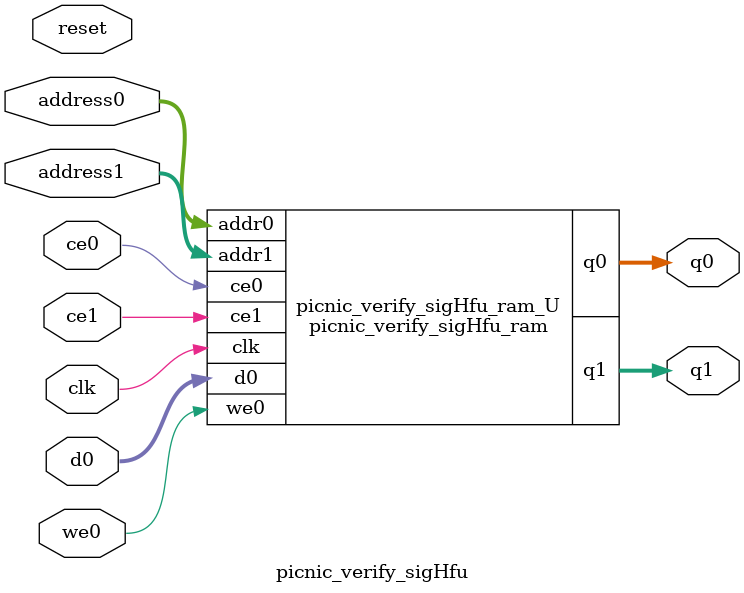
<source format=v>
`timescale 1 ns / 1 ps
module picnic_verify_sigHfu_ram (addr0, ce0, d0, we0, q0, addr1, ce1, q1,  clk);

parameter DWIDTH = 8;
parameter AWIDTH = 6;
parameter MEM_SIZE = 55;

input[AWIDTH-1:0] addr0;
input ce0;
input[DWIDTH-1:0] d0;
input we0;
output reg[DWIDTH-1:0] q0;
input[AWIDTH-1:0] addr1;
input ce1;
output reg[DWIDTH-1:0] q1;
input clk;

(* ram_style = "distributed" *)reg [DWIDTH-1:0] ram[0:MEM_SIZE-1];




always @(posedge clk)  
begin 
    if (ce0) begin
        if (we0) 
            ram[addr0] <= d0; 
        q0 <= ram[addr0];
    end
end


always @(posedge clk)  
begin 
    if (ce1) begin
        q1 <= ram[addr1];
    end
end


endmodule

`timescale 1 ns / 1 ps
module picnic_verify_sigHfu(
    reset,
    clk,
    address0,
    ce0,
    we0,
    d0,
    q0,
    address1,
    ce1,
    q1);

parameter DataWidth = 32'd8;
parameter AddressRange = 32'd55;
parameter AddressWidth = 32'd6;
input reset;
input clk;
input[AddressWidth - 1:0] address0;
input ce0;
input we0;
input[DataWidth - 1:0] d0;
output[DataWidth - 1:0] q0;
input[AddressWidth - 1:0] address1;
input ce1;
output[DataWidth - 1:0] q1;



picnic_verify_sigHfu_ram picnic_verify_sigHfu_ram_U(
    .clk( clk ),
    .addr0( address0 ),
    .ce0( ce0 ),
    .we0( we0 ),
    .d0( d0 ),
    .q0( q0 ),
    .addr1( address1 ),
    .ce1( ce1 ),
    .q1( q1 ));

endmodule


</source>
